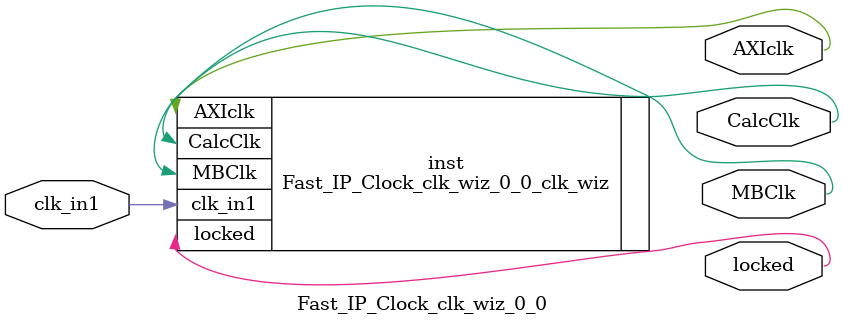
<source format=v>


`timescale 1ps/1ps

(* CORE_GENERATION_INFO = "Fast_IP_Clock_clk_wiz_0_0,clk_wiz_v6_0_2_0_0,{component_name=Fast_IP_Clock_clk_wiz_0_0,use_phase_alignment=true,use_min_o_jitter=false,use_max_i_jitter=false,use_dyn_phase_shift=false,use_inclk_switchover=false,use_dyn_reconfig=false,enable_axi=0,feedback_source=FDBK_AUTO,PRIMITIVE=MMCM,num_out_clk=3,clkin1_period=10.000,clkin2_period=10.000,use_power_down=false,use_reset=false,use_locked=true,use_inclk_stopped=false,feedback_type=SINGLE,CLOCK_MGR_TYPE=NA,manual_override=false}" *)

module Fast_IP_Clock_clk_wiz_0_0 
 (
  // Clock out ports
  output        AXIclk,
  output        MBClk,
  output        CalcClk,
  // Status and control signals
  output        locked,
 // Clock in ports
  input         clk_in1
 );

  Fast_IP_Clock_clk_wiz_0_0_clk_wiz inst
  (
  // Clock out ports  
  .AXIclk(AXIclk),
  .MBClk(MBClk),
  .CalcClk(CalcClk),
  // Status and control signals               
  .locked(locked),
 // Clock in ports
  .clk_in1(clk_in1)
  );

endmodule

</source>
